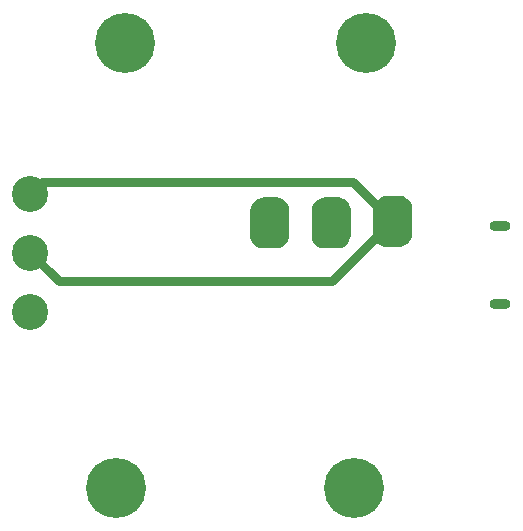
<source format=gbl>
G04*
G04 #@! TF.GenerationSoftware,Altium Limited,Altium Designer,20.0.1 (14)*
G04*
G04 Layer_Physical_Order=2*
G04 Layer_Color=16711680*
%FSLAX44Y44*%
%MOMM*%
G71*
G01*
G75*
%ADD29C,0.7620*%
%ADD31O,1.8000X0.9000*%
%ADD32C,0.5000*%
%ADD33C,2.4000*%
%ADD34C,3.0480*%
%ADD35C,5.0800*%
G36*
X45084Y42164D02*
X45084Y21843D01*
X45084Y20717D01*
X44645Y18509D01*
X43783Y16430D01*
X42532Y14558D01*
X40940Y12966D01*
X39069Y11715D01*
X36988Y10853D01*
X34780Y10414D01*
X33655Y10414D01*
X33654Y10413D01*
X22224Y10413D01*
X21223Y10413D01*
X19260Y10804D01*
X17412Y11569D01*
X15747Y12682D01*
X14332Y14097D01*
X13221Y15761D01*
X12455Y17610D01*
X12065Y19574D01*
X12065Y20574D01*
X12065Y20574D01*
X12064Y40893D01*
X12064Y42144D01*
X12552Y44598D01*
X13510Y46909D01*
X14900Y48989D01*
X16669Y50758D01*
X18749Y52148D01*
X21061Y53106D01*
X23514Y53594D01*
X24765Y53594D01*
Y53594D01*
X33655Y53594D01*
X34780Y53594D01*
X36989Y53155D01*
X39069Y52293D01*
X40941Y51042D01*
X42533Y49450D01*
X43784Y47578D01*
X44645Y45497D01*
X45084Y43289D01*
X45084Y42164D01*
X45084D01*
D02*
G37*
G36*
X97154D02*
X97154Y21843D01*
X97154Y20717D01*
X96715Y18509D01*
X95853Y16430D01*
X94602Y14558D01*
X93010Y12966D01*
X91138Y11715D01*
X89059Y10853D01*
X86850Y10414D01*
X85725Y10414D01*
X85724Y10413D01*
X74294Y10413D01*
X73293Y10413D01*
X71330Y10804D01*
X69482Y11569D01*
X67817Y12682D01*
X66402Y14097D01*
X65291Y15761D01*
X64525Y17610D01*
X64135Y19574D01*
X64135Y20574D01*
X64135Y20574D01*
X64134Y40893D01*
X64134Y42144D01*
X64622Y44598D01*
X65580Y46909D01*
X66970Y48989D01*
X68739Y50758D01*
X70819Y52148D01*
X73130Y53106D01*
X75584Y53594D01*
X76835Y53594D01*
Y53594D01*
X85725Y53594D01*
X86851Y53594D01*
X89059Y53155D01*
X91139Y52293D01*
X93011Y51042D01*
X94603Y49450D01*
X95854Y47578D01*
X96715Y45497D01*
X97154Y43289D01*
X97154Y42164D01*
X97154D01*
D02*
G37*
G36*
X149224Y43433D02*
X149224Y23113D01*
X149224Y21988D01*
X148785Y19779D01*
X147923Y17700D01*
X146672Y15828D01*
X145080Y14236D01*
X143209Y12985D01*
X141129Y12123D01*
X138920Y11684D01*
X137795Y11684D01*
X137795Y11683D01*
X126364Y11683D01*
X125364Y11683D01*
X123400Y12074D01*
X121552Y12839D01*
X119887Y13952D01*
X118472Y15367D01*
X117361Y17031D01*
X116595Y18880D01*
X116205Y20844D01*
X116205Y21844D01*
X116205Y21844D01*
X116204Y42163D01*
X116204Y43414D01*
X116692Y45868D01*
X117650Y48179D01*
X119040Y50259D01*
X120809Y52028D01*
X122889Y53418D01*
X125201Y54376D01*
X127654Y54864D01*
X128905Y54864D01*
Y54864D01*
X137795Y54864D01*
X138920Y54864D01*
X141129Y54425D01*
X143209Y53563D01*
X145081Y52312D01*
X146673Y50720D01*
X147924Y48848D01*
X148785Y46768D01*
X149224Y44559D01*
X149224Y43433D01*
X149224D01*
D02*
G37*
D29*
X81026Y-17780D02*
X132080Y33274D01*
X-149860Y-17780D02*
X81026D01*
X-173990Y6350D02*
X-149860Y-17780D01*
X99060Y66294D02*
X132080Y33274D01*
X-164046Y66294D02*
X99060D01*
X-173990Y56350D02*
X-164046Y66294D01*
D31*
X223520Y29210D02*
D03*
Y-36790D02*
D03*
D32*
Y29210D02*
D03*
Y-36790D02*
D03*
D33*
X132080Y33274D02*
D03*
X27940Y32004D02*
D03*
X80010D02*
D03*
D34*
X-173990Y56350D02*
D03*
Y6350D02*
D03*
Y-43650D02*
D03*
D35*
X100330Y-193040D02*
D03*
X110490Y184150D02*
D03*
X-101600Y-193040D02*
D03*
X-93980Y184150D02*
D03*
M02*

</source>
